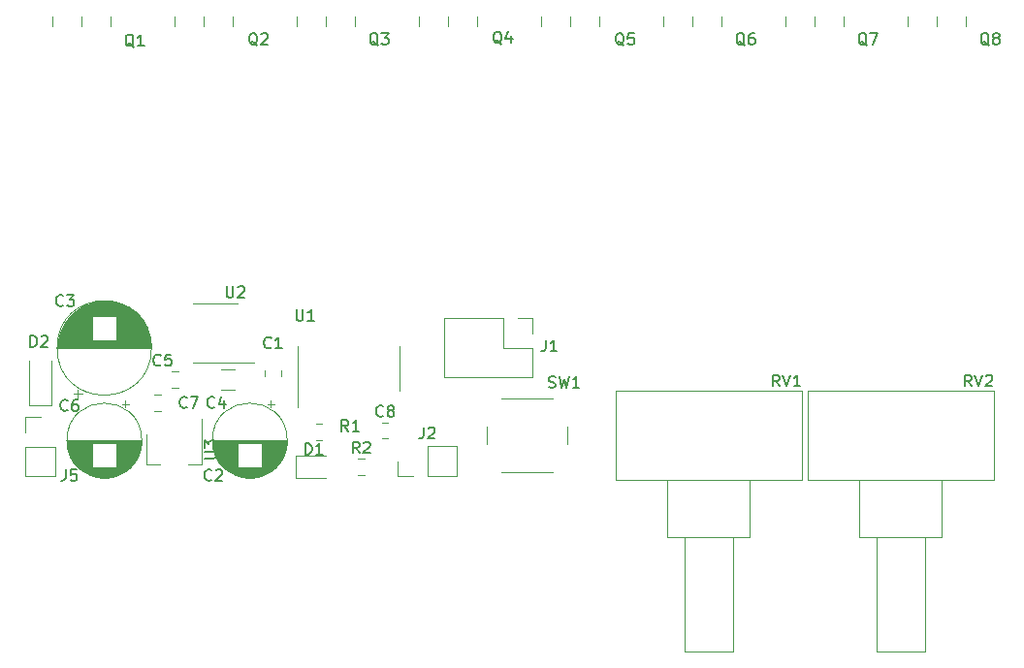
<source format=gbr>
G04 #@! TF.GenerationSoftware,KiCad,Pcbnew,5.1.4-e60b266~84~ubuntu18.04.1*
G04 #@! TF.CreationDate,2019-09-18T22:39:51+03:00*
G04 #@! TF.ProjectId,spotweld,73706f74-7765-46c6-942e-6b696361645f,rev?*
G04 #@! TF.SameCoordinates,Original*
G04 #@! TF.FileFunction,Legend,Top*
G04 #@! TF.FilePolarity,Positive*
%FSLAX46Y46*%
G04 Gerber Fmt 4.6, Leading zero omitted, Abs format (unit mm)*
G04 Created by KiCad (PCBNEW 5.1.4-e60b266~84~ubuntu18.04.1) date 2019-09-18 22:39:51*
%MOMM*%
%LPD*%
G04 APERTURE LIST*
%ADD10C,0.120000*%
%ADD11C,0.150000*%
G04 APERTURE END LIST*
D10*
X145142000Y-116634000D02*
X145142000Y-118134000D01*
X146392000Y-120634000D02*
X150892000Y-120634000D01*
X152142000Y-118134000D02*
X152142000Y-116634000D01*
X150892000Y-114134000D02*
X146392000Y-114134000D01*
X186944000Y-80772000D02*
X186944000Y-81654000D01*
X184404000Y-80772000D02*
X184404000Y-81654000D01*
X181864000Y-80772000D02*
X181864000Y-81654000D01*
X176276000Y-80772000D02*
X176276000Y-81654000D01*
X173736000Y-80772000D02*
X173736000Y-81654000D01*
X171196000Y-80772000D02*
X171196000Y-81654000D01*
X160528000Y-80772000D02*
X160528000Y-81654000D01*
X163068000Y-80772000D02*
X163068000Y-81654000D01*
X165608000Y-80772000D02*
X165608000Y-81654000D01*
X154940000Y-80772000D02*
X154940000Y-81654000D01*
X152400000Y-80772000D02*
X152400000Y-81654000D01*
X149860000Y-80772000D02*
X149860000Y-81654000D01*
X144272000Y-80772000D02*
X144272000Y-81654000D01*
X141732000Y-80772000D02*
X141732000Y-81654000D01*
X139192000Y-80772000D02*
X139192000Y-81654000D01*
X128524000Y-80772000D02*
X128524000Y-81654000D01*
X131064000Y-80772000D02*
X131064000Y-81654000D01*
X133604000Y-80772000D02*
X133604000Y-81654000D01*
X122936000Y-80772000D02*
X122936000Y-81654000D01*
X120396000Y-80772000D02*
X120396000Y-81654000D01*
X117856000Y-80772000D02*
X117856000Y-81654000D01*
X107188000Y-80772000D02*
X107188000Y-81654000D01*
X109728000Y-80772000D02*
X109728000Y-81654000D01*
X112268000Y-80772000D02*
X112268000Y-81654000D01*
X136012422Y-117677000D02*
X136529578Y-117677000D01*
X136012422Y-116257000D02*
X136529578Y-116257000D01*
X120256000Y-119966200D02*
X119056000Y-119966200D01*
X120256000Y-115966200D02*
X120256000Y-119966200D01*
X115456000Y-119966200D02*
X115456000Y-117266200D01*
X116656000Y-119966200D02*
X115456000Y-119966200D01*
X121412000Y-111018000D02*
X124862000Y-111018000D01*
X121412000Y-111018000D02*
X119462000Y-111018000D01*
X121412000Y-105898000D02*
X123362000Y-105898000D01*
X121412000Y-105898000D02*
X119462000Y-105898000D01*
X128661000Y-111506000D02*
X128661000Y-114956000D01*
X128661000Y-111506000D02*
X128661000Y-109556000D01*
X137531000Y-111506000D02*
X137531000Y-113456000D01*
X137531000Y-111506000D02*
X137531000Y-109556000D01*
X183396000Y-136254000D02*
X179156000Y-136254000D01*
X183396000Y-126254000D02*
X179156000Y-126254000D01*
X179156000Y-126254000D02*
X179156000Y-136254000D01*
X183396000Y-126254000D02*
X183396000Y-136254000D01*
X184896000Y-126254000D02*
X177656000Y-126254000D01*
X184896000Y-121254000D02*
X177656000Y-121254000D01*
X177656000Y-121254000D02*
X177656000Y-126254000D01*
X184896000Y-121254000D02*
X184896000Y-126254000D01*
X189396000Y-121254000D02*
X173156000Y-121254000D01*
X189396000Y-113514000D02*
X173156000Y-113514000D01*
X173156000Y-113514000D02*
X173156000Y-121254000D01*
X189396000Y-113514000D02*
X189396000Y-121254000D01*
X166632000Y-136254000D02*
X162392000Y-136254000D01*
X166632000Y-126254000D02*
X162392000Y-126254000D01*
X162392000Y-126254000D02*
X162392000Y-136254000D01*
X166632000Y-126254000D02*
X166632000Y-136254000D01*
X168132000Y-126254000D02*
X160892000Y-126254000D01*
X168132000Y-121254000D02*
X160892000Y-121254000D01*
X160892000Y-121254000D02*
X160892000Y-126254000D01*
X168132000Y-121254000D02*
X168132000Y-126254000D01*
X172632000Y-121254000D02*
X156392000Y-121254000D01*
X172632000Y-113514000D02*
X156392000Y-113514000D01*
X156392000Y-113514000D02*
X156392000Y-121254000D01*
X172632000Y-113514000D02*
X172632000Y-121254000D01*
X133931922Y-120852000D02*
X134449078Y-120852000D01*
X133931922Y-119432000D02*
X134449078Y-119432000D01*
X130736078Y-116384000D02*
X130218922Y-116384000D01*
X130736078Y-117804000D02*
X130218922Y-117804000D01*
X104842000Y-115764000D02*
X106172000Y-115764000D01*
X104842000Y-117094000D02*
X104842000Y-115764000D01*
X104842000Y-118364000D02*
X107502000Y-118364000D01*
X107502000Y-118364000D02*
X107502000Y-120964000D01*
X104842000Y-118364000D02*
X104842000Y-120964000D01*
X104842000Y-120964000D02*
X107502000Y-120964000D01*
X137354000Y-120964000D02*
X137354000Y-119634000D01*
X138684000Y-120964000D02*
X137354000Y-120964000D01*
X139954000Y-120964000D02*
X139954000Y-118304000D01*
X139954000Y-118304000D02*
X142554000Y-118304000D01*
X139954000Y-120964000D02*
X142554000Y-120964000D01*
X142554000Y-120964000D02*
X142554000Y-118304000D01*
X149158000Y-107128000D02*
X149158000Y-108458000D01*
X147828000Y-107128000D02*
X149158000Y-107128000D01*
X149158000Y-109728000D02*
X149158000Y-112328000D01*
X146558000Y-109728000D02*
X149158000Y-109728000D01*
X146558000Y-107128000D02*
X146558000Y-109728000D01*
X149158000Y-112328000D02*
X141418000Y-112328000D01*
X146558000Y-107128000D02*
X141418000Y-107128000D01*
X141418000Y-107128000D02*
X141418000Y-112328000D01*
X105172000Y-114772000D02*
X105172000Y-110872000D01*
X107172000Y-114772000D02*
X107172000Y-110872000D01*
X105172000Y-114772000D02*
X107172000Y-114772000D01*
X128441500Y-121102000D02*
X131126500Y-121102000D01*
X128441500Y-119182000D02*
X128441500Y-121102000D01*
X131126500Y-119182000D02*
X128441500Y-119182000D01*
X116151922Y-115264000D02*
X116669078Y-115264000D01*
X116151922Y-113844000D02*
X116669078Y-113844000D01*
X113914000Y-114650759D02*
X113284000Y-114650759D01*
X113599000Y-114335759D02*
X113599000Y-114965759D01*
X112162000Y-121077000D02*
X111358000Y-121077000D01*
X112393000Y-121037000D02*
X111127000Y-121037000D01*
X112562000Y-120997000D02*
X110958000Y-120997000D01*
X112700000Y-120957000D02*
X110820000Y-120957000D01*
X112819000Y-120917000D02*
X110701000Y-120917000D01*
X112925000Y-120877000D02*
X110595000Y-120877000D01*
X113022000Y-120837000D02*
X110498000Y-120837000D01*
X113110000Y-120797000D02*
X110410000Y-120797000D01*
X113192000Y-120757000D02*
X110328000Y-120757000D01*
X113269000Y-120717000D02*
X110251000Y-120717000D01*
X113341000Y-120677000D02*
X110179000Y-120677000D01*
X113410000Y-120637000D02*
X110110000Y-120637000D01*
X113474000Y-120597000D02*
X110046000Y-120597000D01*
X113536000Y-120557000D02*
X109984000Y-120557000D01*
X113594000Y-120517000D02*
X109926000Y-120517000D01*
X113650000Y-120477000D02*
X109870000Y-120477000D01*
X113704000Y-120437000D02*
X109816000Y-120437000D01*
X113755000Y-120397000D02*
X109765000Y-120397000D01*
X113804000Y-120357000D02*
X109716000Y-120357000D01*
X113852000Y-120317000D02*
X109668000Y-120317000D01*
X113897000Y-120277000D02*
X109623000Y-120277000D01*
X113942000Y-120237000D02*
X109578000Y-120237000D01*
X113984000Y-120197000D02*
X109536000Y-120197000D01*
X114025000Y-120157000D02*
X109495000Y-120157000D01*
X110720000Y-120117000D02*
X109455000Y-120117000D01*
X114065000Y-120117000D02*
X112800000Y-120117000D01*
X110720000Y-120077000D02*
X109417000Y-120077000D01*
X114103000Y-120077000D02*
X112800000Y-120077000D01*
X110720000Y-120037000D02*
X109380000Y-120037000D01*
X114140000Y-120037000D02*
X112800000Y-120037000D01*
X110720000Y-119997000D02*
X109344000Y-119997000D01*
X114176000Y-119997000D02*
X112800000Y-119997000D01*
X110720000Y-119957000D02*
X109310000Y-119957000D01*
X114210000Y-119957000D02*
X112800000Y-119957000D01*
X110720000Y-119917000D02*
X109276000Y-119917000D01*
X114244000Y-119917000D02*
X112800000Y-119917000D01*
X110720000Y-119877000D02*
X109244000Y-119877000D01*
X114276000Y-119877000D02*
X112800000Y-119877000D01*
X110720000Y-119837000D02*
X109212000Y-119837000D01*
X114308000Y-119837000D02*
X112800000Y-119837000D01*
X110720000Y-119797000D02*
X109182000Y-119797000D01*
X114338000Y-119797000D02*
X112800000Y-119797000D01*
X110720000Y-119757000D02*
X109153000Y-119757000D01*
X114367000Y-119757000D02*
X112800000Y-119757000D01*
X110720000Y-119717000D02*
X109124000Y-119717000D01*
X114396000Y-119717000D02*
X112800000Y-119717000D01*
X110720000Y-119677000D02*
X109096000Y-119677000D01*
X114424000Y-119677000D02*
X112800000Y-119677000D01*
X110720000Y-119637000D02*
X109070000Y-119637000D01*
X114450000Y-119637000D02*
X112800000Y-119637000D01*
X110720000Y-119597000D02*
X109044000Y-119597000D01*
X114476000Y-119597000D02*
X112800000Y-119597000D01*
X110720000Y-119557000D02*
X109018000Y-119557000D01*
X114502000Y-119557000D02*
X112800000Y-119557000D01*
X110720000Y-119517000D02*
X108994000Y-119517000D01*
X114526000Y-119517000D02*
X112800000Y-119517000D01*
X110720000Y-119477000D02*
X108970000Y-119477000D01*
X114550000Y-119477000D02*
X112800000Y-119477000D01*
X110720000Y-119437000D02*
X108948000Y-119437000D01*
X114572000Y-119437000D02*
X112800000Y-119437000D01*
X110720000Y-119397000D02*
X108926000Y-119397000D01*
X114594000Y-119397000D02*
X112800000Y-119397000D01*
X110720000Y-119357000D02*
X108904000Y-119357000D01*
X114616000Y-119357000D02*
X112800000Y-119357000D01*
X110720000Y-119317000D02*
X108884000Y-119317000D01*
X114636000Y-119317000D02*
X112800000Y-119317000D01*
X110720000Y-119277000D02*
X108864000Y-119277000D01*
X114656000Y-119277000D02*
X112800000Y-119277000D01*
X110720000Y-119237000D02*
X108844000Y-119237000D01*
X114676000Y-119237000D02*
X112800000Y-119237000D01*
X110720000Y-119197000D02*
X108826000Y-119197000D01*
X114694000Y-119197000D02*
X112800000Y-119197000D01*
X110720000Y-119157000D02*
X108808000Y-119157000D01*
X114712000Y-119157000D02*
X112800000Y-119157000D01*
X110720000Y-119117000D02*
X108790000Y-119117000D01*
X114730000Y-119117000D02*
X112800000Y-119117000D01*
X110720000Y-119077000D02*
X108774000Y-119077000D01*
X114746000Y-119077000D02*
X112800000Y-119077000D01*
X110720000Y-119037000D02*
X108758000Y-119037000D01*
X114762000Y-119037000D02*
X112800000Y-119037000D01*
X110720000Y-118997000D02*
X108742000Y-118997000D01*
X114778000Y-118997000D02*
X112800000Y-118997000D01*
X110720000Y-118957000D02*
X108727000Y-118957000D01*
X114793000Y-118957000D02*
X112800000Y-118957000D01*
X110720000Y-118917000D02*
X108713000Y-118917000D01*
X114807000Y-118917000D02*
X112800000Y-118917000D01*
X110720000Y-118877000D02*
X108699000Y-118877000D01*
X114821000Y-118877000D02*
X112800000Y-118877000D01*
X110720000Y-118837000D02*
X108686000Y-118837000D01*
X114834000Y-118837000D02*
X112800000Y-118837000D01*
X110720000Y-118797000D02*
X108674000Y-118797000D01*
X114846000Y-118797000D02*
X112800000Y-118797000D01*
X110720000Y-118757000D02*
X108662000Y-118757000D01*
X114858000Y-118757000D02*
X112800000Y-118757000D01*
X110720000Y-118717000D02*
X108650000Y-118717000D01*
X114870000Y-118717000D02*
X112800000Y-118717000D01*
X110720000Y-118677000D02*
X108639000Y-118677000D01*
X114881000Y-118677000D02*
X112800000Y-118677000D01*
X110720000Y-118637000D02*
X108629000Y-118637000D01*
X114891000Y-118637000D02*
X112800000Y-118637000D01*
X110720000Y-118597000D02*
X108619000Y-118597000D01*
X114901000Y-118597000D02*
X112800000Y-118597000D01*
X110720000Y-118557000D02*
X108610000Y-118557000D01*
X114910000Y-118557000D02*
X112800000Y-118557000D01*
X110720000Y-118516000D02*
X108601000Y-118516000D01*
X114919000Y-118516000D02*
X112800000Y-118516000D01*
X110720000Y-118476000D02*
X108593000Y-118476000D01*
X114927000Y-118476000D02*
X112800000Y-118476000D01*
X110720000Y-118436000D02*
X108585000Y-118436000D01*
X114935000Y-118436000D02*
X112800000Y-118436000D01*
X110720000Y-118396000D02*
X108578000Y-118396000D01*
X114942000Y-118396000D02*
X112800000Y-118396000D01*
X110720000Y-118356000D02*
X108571000Y-118356000D01*
X114949000Y-118356000D02*
X112800000Y-118356000D01*
X110720000Y-118316000D02*
X108565000Y-118316000D01*
X114955000Y-118316000D02*
X112800000Y-118316000D01*
X110720000Y-118276000D02*
X108559000Y-118276000D01*
X114961000Y-118276000D02*
X112800000Y-118276000D01*
X110720000Y-118236000D02*
X108554000Y-118236000D01*
X114966000Y-118236000D02*
X112800000Y-118236000D01*
X110720000Y-118196000D02*
X108549000Y-118196000D01*
X114971000Y-118196000D02*
X112800000Y-118196000D01*
X110720000Y-118156000D02*
X108545000Y-118156000D01*
X114975000Y-118156000D02*
X112800000Y-118156000D01*
X110720000Y-118116000D02*
X108542000Y-118116000D01*
X114978000Y-118116000D02*
X112800000Y-118116000D01*
X110720000Y-118076000D02*
X108538000Y-118076000D01*
X114982000Y-118076000D02*
X112800000Y-118076000D01*
X114984000Y-118036000D02*
X108536000Y-118036000D01*
X114987000Y-117996000D02*
X108533000Y-117996000D01*
X114988000Y-117956000D02*
X108532000Y-117956000D01*
X114990000Y-117916000D02*
X108530000Y-117916000D01*
X114990000Y-117876000D02*
X108530000Y-117876000D01*
X114990000Y-117836000D02*
X108530000Y-117836000D01*
X115030000Y-117836000D02*
G75*
G03X115030000Y-117836000I-3270000J0D01*
G01*
X117675922Y-113232000D02*
X118193078Y-113232000D01*
X117675922Y-111812000D02*
X118193078Y-111812000D01*
X123154064Y-111612000D02*
X121949936Y-111612000D01*
X123154064Y-113432000D02*
X121949936Y-113432000D01*
X109045000Y-113765698D02*
X109845000Y-113765698D01*
X109445000Y-114165698D02*
X109445000Y-113365698D01*
X111227000Y-105675000D02*
X112293000Y-105675000D01*
X110992000Y-105715000D02*
X112528000Y-105715000D01*
X110812000Y-105755000D02*
X112708000Y-105755000D01*
X110662000Y-105795000D02*
X112858000Y-105795000D01*
X110531000Y-105835000D02*
X112989000Y-105835000D01*
X110414000Y-105875000D02*
X113106000Y-105875000D01*
X110307000Y-105915000D02*
X113213000Y-105915000D01*
X110208000Y-105955000D02*
X113312000Y-105955000D01*
X110115000Y-105995000D02*
X113405000Y-105995000D01*
X110029000Y-106035000D02*
X113491000Y-106035000D01*
X109947000Y-106075000D02*
X113573000Y-106075000D01*
X109870000Y-106115000D02*
X113650000Y-106115000D01*
X109796000Y-106155000D02*
X113724000Y-106155000D01*
X109726000Y-106195000D02*
X113794000Y-106195000D01*
X109658000Y-106235000D02*
X113862000Y-106235000D01*
X109594000Y-106275000D02*
X113926000Y-106275000D01*
X109532000Y-106315000D02*
X113988000Y-106315000D01*
X109473000Y-106355000D02*
X114047000Y-106355000D01*
X109415000Y-106395000D02*
X114105000Y-106395000D01*
X109360000Y-106435000D02*
X114160000Y-106435000D01*
X109306000Y-106475000D02*
X114214000Y-106475000D01*
X109255000Y-106515000D02*
X114265000Y-106515000D01*
X109204000Y-106555000D02*
X114316000Y-106555000D01*
X109156000Y-106595000D02*
X114364000Y-106595000D01*
X109109000Y-106635000D02*
X114411000Y-106635000D01*
X109063000Y-106675000D02*
X114457000Y-106675000D01*
X109019000Y-106715000D02*
X114501000Y-106715000D01*
X108976000Y-106755000D02*
X114544000Y-106755000D01*
X108934000Y-106795000D02*
X114586000Y-106795000D01*
X108893000Y-106835000D02*
X114627000Y-106835000D01*
X108853000Y-106875000D02*
X114667000Y-106875000D01*
X108815000Y-106915000D02*
X114705000Y-106915000D01*
X108777000Y-106955000D02*
X114743000Y-106955000D01*
X112800000Y-106995000D02*
X114779000Y-106995000D01*
X108741000Y-106995000D02*
X110720000Y-106995000D01*
X112800000Y-107035000D02*
X114815000Y-107035000D01*
X108705000Y-107035000D02*
X110720000Y-107035000D01*
X112800000Y-107075000D02*
X114850000Y-107075000D01*
X108670000Y-107075000D02*
X110720000Y-107075000D01*
X112800000Y-107115000D02*
X114884000Y-107115000D01*
X108636000Y-107115000D02*
X110720000Y-107115000D01*
X112800000Y-107155000D02*
X114916000Y-107155000D01*
X108604000Y-107155000D02*
X110720000Y-107155000D01*
X112800000Y-107195000D02*
X114949000Y-107195000D01*
X108571000Y-107195000D02*
X110720000Y-107195000D01*
X112800000Y-107235000D02*
X114980000Y-107235000D01*
X108540000Y-107235000D02*
X110720000Y-107235000D01*
X112800000Y-107275000D02*
X115010000Y-107275000D01*
X108510000Y-107275000D02*
X110720000Y-107275000D01*
X112800000Y-107315000D02*
X115040000Y-107315000D01*
X108480000Y-107315000D02*
X110720000Y-107315000D01*
X112800000Y-107355000D02*
X115069000Y-107355000D01*
X108451000Y-107355000D02*
X110720000Y-107355000D01*
X112800000Y-107395000D02*
X115098000Y-107395000D01*
X108422000Y-107395000D02*
X110720000Y-107395000D01*
X112800000Y-107435000D02*
X115125000Y-107435000D01*
X108395000Y-107435000D02*
X110720000Y-107435000D01*
X112800000Y-107475000D02*
X115152000Y-107475000D01*
X108368000Y-107475000D02*
X110720000Y-107475000D01*
X112800000Y-107515000D02*
X115178000Y-107515000D01*
X108342000Y-107515000D02*
X110720000Y-107515000D01*
X112800000Y-107555000D02*
X115204000Y-107555000D01*
X108316000Y-107555000D02*
X110720000Y-107555000D01*
X112800000Y-107595000D02*
X115229000Y-107595000D01*
X108291000Y-107595000D02*
X110720000Y-107595000D01*
X112800000Y-107635000D02*
X115253000Y-107635000D01*
X108267000Y-107635000D02*
X110720000Y-107635000D01*
X112800000Y-107675000D02*
X115277000Y-107675000D01*
X108243000Y-107675000D02*
X110720000Y-107675000D01*
X112800000Y-107715000D02*
X115300000Y-107715000D01*
X108220000Y-107715000D02*
X110720000Y-107715000D01*
X112800000Y-107755000D02*
X115322000Y-107755000D01*
X108198000Y-107755000D02*
X110720000Y-107755000D01*
X112800000Y-107795000D02*
X115344000Y-107795000D01*
X108176000Y-107795000D02*
X110720000Y-107795000D01*
X112800000Y-107835000D02*
X115366000Y-107835000D01*
X108154000Y-107835000D02*
X110720000Y-107835000D01*
X112800000Y-107875000D02*
X115387000Y-107875000D01*
X108133000Y-107875000D02*
X110720000Y-107875000D01*
X112800000Y-107915000D02*
X115407000Y-107915000D01*
X108113000Y-107915000D02*
X110720000Y-107915000D01*
X112800000Y-107955000D02*
X115426000Y-107955000D01*
X108094000Y-107955000D02*
X110720000Y-107955000D01*
X112800000Y-107995000D02*
X115446000Y-107995000D01*
X108074000Y-107995000D02*
X110720000Y-107995000D01*
X112800000Y-108035000D02*
X115464000Y-108035000D01*
X108056000Y-108035000D02*
X110720000Y-108035000D01*
X112800000Y-108075000D02*
X115482000Y-108075000D01*
X108038000Y-108075000D02*
X110720000Y-108075000D01*
X112800000Y-108115000D02*
X115500000Y-108115000D01*
X108020000Y-108115000D02*
X110720000Y-108115000D01*
X112800000Y-108155000D02*
X115517000Y-108155000D01*
X108003000Y-108155000D02*
X110720000Y-108155000D01*
X112800000Y-108195000D02*
X115534000Y-108195000D01*
X107986000Y-108195000D02*
X110720000Y-108195000D01*
X112800000Y-108235000D02*
X115550000Y-108235000D01*
X107970000Y-108235000D02*
X110720000Y-108235000D01*
X112800000Y-108275000D02*
X115565000Y-108275000D01*
X107955000Y-108275000D02*
X110720000Y-108275000D01*
X112800000Y-108315000D02*
X115581000Y-108315000D01*
X107939000Y-108315000D02*
X110720000Y-108315000D01*
X112800000Y-108355000D02*
X115595000Y-108355000D01*
X107925000Y-108355000D02*
X110720000Y-108355000D01*
X112800000Y-108395000D02*
X115610000Y-108395000D01*
X107910000Y-108395000D02*
X110720000Y-108395000D01*
X112800000Y-108435000D02*
X115623000Y-108435000D01*
X107897000Y-108435000D02*
X110720000Y-108435000D01*
X112800000Y-108475000D02*
X115637000Y-108475000D01*
X107883000Y-108475000D02*
X110720000Y-108475000D01*
X112800000Y-108515000D02*
X115649000Y-108515000D01*
X107871000Y-108515000D02*
X110720000Y-108515000D01*
X112800000Y-108555000D02*
X115662000Y-108555000D01*
X107858000Y-108555000D02*
X110720000Y-108555000D01*
X112800000Y-108595000D02*
X115674000Y-108595000D01*
X107846000Y-108595000D02*
X110720000Y-108595000D01*
X112800000Y-108635000D02*
X115685000Y-108635000D01*
X107835000Y-108635000D02*
X110720000Y-108635000D01*
X112800000Y-108675000D02*
X115696000Y-108675000D01*
X107824000Y-108675000D02*
X110720000Y-108675000D01*
X112800000Y-108715000D02*
X115707000Y-108715000D01*
X107813000Y-108715000D02*
X110720000Y-108715000D01*
X112800000Y-108755000D02*
X115717000Y-108755000D01*
X107803000Y-108755000D02*
X110720000Y-108755000D01*
X112800000Y-108795000D02*
X115727000Y-108795000D01*
X107793000Y-108795000D02*
X110720000Y-108795000D01*
X112800000Y-108835000D02*
X115736000Y-108835000D01*
X107784000Y-108835000D02*
X110720000Y-108835000D01*
X112800000Y-108875000D02*
X115745000Y-108875000D01*
X107775000Y-108875000D02*
X110720000Y-108875000D01*
X112800000Y-108915000D02*
X115754000Y-108915000D01*
X107766000Y-108915000D02*
X110720000Y-108915000D01*
X112800000Y-108955000D02*
X115762000Y-108955000D01*
X107758000Y-108955000D02*
X110720000Y-108955000D01*
X112800000Y-108995000D02*
X115770000Y-108995000D01*
X107750000Y-108995000D02*
X110720000Y-108995000D01*
X112800000Y-109035000D02*
X115777000Y-109035000D01*
X107743000Y-109035000D02*
X110720000Y-109035000D01*
X107736000Y-109076000D02*
X115784000Y-109076000D01*
X107730000Y-109116000D02*
X115790000Y-109116000D01*
X107723000Y-109156000D02*
X115797000Y-109156000D01*
X107718000Y-109196000D02*
X115802000Y-109196000D01*
X107712000Y-109236000D02*
X115808000Y-109236000D01*
X107708000Y-109276000D02*
X115812000Y-109276000D01*
X107703000Y-109316000D02*
X115817000Y-109316000D01*
X107699000Y-109356000D02*
X115821000Y-109356000D01*
X107695000Y-109396000D02*
X115825000Y-109396000D01*
X107692000Y-109436000D02*
X115828000Y-109436000D01*
X107689000Y-109476000D02*
X115831000Y-109476000D01*
X107686000Y-109516000D02*
X115834000Y-109516000D01*
X107684000Y-109556000D02*
X115836000Y-109556000D01*
X107683000Y-109596000D02*
X115837000Y-109596000D01*
X107681000Y-109636000D02*
X115839000Y-109636000D01*
X107680000Y-109676000D02*
X115840000Y-109676000D01*
X107680000Y-109716000D02*
X115840000Y-109716000D01*
X107680000Y-109756000D02*
X115840000Y-109756000D01*
X115880000Y-109756000D02*
G75*
G03X115880000Y-109756000I-4120000J0D01*
G01*
X126614000Y-114650759D02*
X125984000Y-114650759D01*
X126299000Y-114335759D02*
X126299000Y-114965759D01*
X124862000Y-121077000D02*
X124058000Y-121077000D01*
X125093000Y-121037000D02*
X123827000Y-121037000D01*
X125262000Y-120997000D02*
X123658000Y-120997000D01*
X125400000Y-120957000D02*
X123520000Y-120957000D01*
X125519000Y-120917000D02*
X123401000Y-120917000D01*
X125625000Y-120877000D02*
X123295000Y-120877000D01*
X125722000Y-120837000D02*
X123198000Y-120837000D01*
X125810000Y-120797000D02*
X123110000Y-120797000D01*
X125892000Y-120757000D02*
X123028000Y-120757000D01*
X125969000Y-120717000D02*
X122951000Y-120717000D01*
X126041000Y-120677000D02*
X122879000Y-120677000D01*
X126110000Y-120637000D02*
X122810000Y-120637000D01*
X126174000Y-120597000D02*
X122746000Y-120597000D01*
X126236000Y-120557000D02*
X122684000Y-120557000D01*
X126294000Y-120517000D02*
X122626000Y-120517000D01*
X126350000Y-120477000D02*
X122570000Y-120477000D01*
X126404000Y-120437000D02*
X122516000Y-120437000D01*
X126455000Y-120397000D02*
X122465000Y-120397000D01*
X126504000Y-120357000D02*
X122416000Y-120357000D01*
X126552000Y-120317000D02*
X122368000Y-120317000D01*
X126597000Y-120277000D02*
X122323000Y-120277000D01*
X126642000Y-120237000D02*
X122278000Y-120237000D01*
X126684000Y-120197000D02*
X122236000Y-120197000D01*
X126725000Y-120157000D02*
X122195000Y-120157000D01*
X123420000Y-120117000D02*
X122155000Y-120117000D01*
X126765000Y-120117000D02*
X125500000Y-120117000D01*
X123420000Y-120077000D02*
X122117000Y-120077000D01*
X126803000Y-120077000D02*
X125500000Y-120077000D01*
X123420000Y-120037000D02*
X122080000Y-120037000D01*
X126840000Y-120037000D02*
X125500000Y-120037000D01*
X123420000Y-119997000D02*
X122044000Y-119997000D01*
X126876000Y-119997000D02*
X125500000Y-119997000D01*
X123420000Y-119957000D02*
X122010000Y-119957000D01*
X126910000Y-119957000D02*
X125500000Y-119957000D01*
X123420000Y-119917000D02*
X121976000Y-119917000D01*
X126944000Y-119917000D02*
X125500000Y-119917000D01*
X123420000Y-119877000D02*
X121944000Y-119877000D01*
X126976000Y-119877000D02*
X125500000Y-119877000D01*
X123420000Y-119837000D02*
X121912000Y-119837000D01*
X127008000Y-119837000D02*
X125500000Y-119837000D01*
X123420000Y-119797000D02*
X121882000Y-119797000D01*
X127038000Y-119797000D02*
X125500000Y-119797000D01*
X123420000Y-119757000D02*
X121853000Y-119757000D01*
X127067000Y-119757000D02*
X125500000Y-119757000D01*
X123420000Y-119717000D02*
X121824000Y-119717000D01*
X127096000Y-119717000D02*
X125500000Y-119717000D01*
X123420000Y-119677000D02*
X121796000Y-119677000D01*
X127124000Y-119677000D02*
X125500000Y-119677000D01*
X123420000Y-119637000D02*
X121770000Y-119637000D01*
X127150000Y-119637000D02*
X125500000Y-119637000D01*
X123420000Y-119597000D02*
X121744000Y-119597000D01*
X127176000Y-119597000D02*
X125500000Y-119597000D01*
X123420000Y-119557000D02*
X121718000Y-119557000D01*
X127202000Y-119557000D02*
X125500000Y-119557000D01*
X123420000Y-119517000D02*
X121694000Y-119517000D01*
X127226000Y-119517000D02*
X125500000Y-119517000D01*
X123420000Y-119477000D02*
X121670000Y-119477000D01*
X127250000Y-119477000D02*
X125500000Y-119477000D01*
X123420000Y-119437000D02*
X121648000Y-119437000D01*
X127272000Y-119437000D02*
X125500000Y-119437000D01*
X123420000Y-119397000D02*
X121626000Y-119397000D01*
X127294000Y-119397000D02*
X125500000Y-119397000D01*
X123420000Y-119357000D02*
X121604000Y-119357000D01*
X127316000Y-119357000D02*
X125500000Y-119357000D01*
X123420000Y-119317000D02*
X121584000Y-119317000D01*
X127336000Y-119317000D02*
X125500000Y-119317000D01*
X123420000Y-119277000D02*
X121564000Y-119277000D01*
X127356000Y-119277000D02*
X125500000Y-119277000D01*
X123420000Y-119237000D02*
X121544000Y-119237000D01*
X127376000Y-119237000D02*
X125500000Y-119237000D01*
X123420000Y-119197000D02*
X121526000Y-119197000D01*
X127394000Y-119197000D02*
X125500000Y-119197000D01*
X123420000Y-119157000D02*
X121508000Y-119157000D01*
X127412000Y-119157000D02*
X125500000Y-119157000D01*
X123420000Y-119117000D02*
X121490000Y-119117000D01*
X127430000Y-119117000D02*
X125500000Y-119117000D01*
X123420000Y-119077000D02*
X121474000Y-119077000D01*
X127446000Y-119077000D02*
X125500000Y-119077000D01*
X123420000Y-119037000D02*
X121458000Y-119037000D01*
X127462000Y-119037000D02*
X125500000Y-119037000D01*
X123420000Y-118997000D02*
X121442000Y-118997000D01*
X127478000Y-118997000D02*
X125500000Y-118997000D01*
X123420000Y-118957000D02*
X121427000Y-118957000D01*
X127493000Y-118957000D02*
X125500000Y-118957000D01*
X123420000Y-118917000D02*
X121413000Y-118917000D01*
X127507000Y-118917000D02*
X125500000Y-118917000D01*
X123420000Y-118877000D02*
X121399000Y-118877000D01*
X127521000Y-118877000D02*
X125500000Y-118877000D01*
X123420000Y-118837000D02*
X121386000Y-118837000D01*
X127534000Y-118837000D02*
X125500000Y-118837000D01*
X123420000Y-118797000D02*
X121374000Y-118797000D01*
X127546000Y-118797000D02*
X125500000Y-118797000D01*
X123420000Y-118757000D02*
X121362000Y-118757000D01*
X127558000Y-118757000D02*
X125500000Y-118757000D01*
X123420000Y-118717000D02*
X121350000Y-118717000D01*
X127570000Y-118717000D02*
X125500000Y-118717000D01*
X123420000Y-118677000D02*
X121339000Y-118677000D01*
X127581000Y-118677000D02*
X125500000Y-118677000D01*
X123420000Y-118637000D02*
X121329000Y-118637000D01*
X127591000Y-118637000D02*
X125500000Y-118637000D01*
X123420000Y-118597000D02*
X121319000Y-118597000D01*
X127601000Y-118597000D02*
X125500000Y-118597000D01*
X123420000Y-118557000D02*
X121310000Y-118557000D01*
X127610000Y-118557000D02*
X125500000Y-118557000D01*
X123420000Y-118516000D02*
X121301000Y-118516000D01*
X127619000Y-118516000D02*
X125500000Y-118516000D01*
X123420000Y-118476000D02*
X121293000Y-118476000D01*
X127627000Y-118476000D02*
X125500000Y-118476000D01*
X123420000Y-118436000D02*
X121285000Y-118436000D01*
X127635000Y-118436000D02*
X125500000Y-118436000D01*
X123420000Y-118396000D02*
X121278000Y-118396000D01*
X127642000Y-118396000D02*
X125500000Y-118396000D01*
X123420000Y-118356000D02*
X121271000Y-118356000D01*
X127649000Y-118356000D02*
X125500000Y-118356000D01*
X123420000Y-118316000D02*
X121265000Y-118316000D01*
X127655000Y-118316000D02*
X125500000Y-118316000D01*
X123420000Y-118276000D02*
X121259000Y-118276000D01*
X127661000Y-118276000D02*
X125500000Y-118276000D01*
X123420000Y-118236000D02*
X121254000Y-118236000D01*
X127666000Y-118236000D02*
X125500000Y-118236000D01*
X123420000Y-118196000D02*
X121249000Y-118196000D01*
X127671000Y-118196000D02*
X125500000Y-118196000D01*
X123420000Y-118156000D02*
X121245000Y-118156000D01*
X127675000Y-118156000D02*
X125500000Y-118156000D01*
X123420000Y-118116000D02*
X121242000Y-118116000D01*
X127678000Y-118116000D02*
X125500000Y-118116000D01*
X123420000Y-118076000D02*
X121238000Y-118076000D01*
X127682000Y-118076000D02*
X125500000Y-118076000D01*
X127684000Y-118036000D02*
X121236000Y-118036000D01*
X127687000Y-117996000D02*
X121233000Y-117996000D01*
X127688000Y-117956000D02*
X121232000Y-117956000D01*
X127690000Y-117916000D02*
X121230000Y-117916000D01*
X127690000Y-117876000D02*
X121230000Y-117876000D01*
X127690000Y-117836000D02*
X121230000Y-117836000D01*
X127730000Y-117836000D02*
G75*
G03X127730000Y-117836000I-3270000J0D01*
G01*
X127202000Y-112194078D02*
X127202000Y-111676922D01*
X125782000Y-112194078D02*
X125782000Y-111676922D01*
D11*
X150558666Y-113180761D02*
X150701523Y-113228380D01*
X150939619Y-113228380D01*
X151034857Y-113180761D01*
X151082476Y-113133142D01*
X151130095Y-113037904D01*
X151130095Y-112942666D01*
X151082476Y-112847428D01*
X151034857Y-112799809D01*
X150939619Y-112752190D01*
X150749142Y-112704571D01*
X150653904Y-112656952D01*
X150606285Y-112609333D01*
X150558666Y-112514095D01*
X150558666Y-112418857D01*
X150606285Y-112323619D01*
X150653904Y-112276000D01*
X150749142Y-112228380D01*
X150987238Y-112228380D01*
X151130095Y-112276000D01*
X151463428Y-112228380D02*
X151701523Y-113228380D01*
X151892000Y-112514095D01*
X152082476Y-113228380D01*
X152320571Y-112228380D01*
X153225333Y-113228380D02*
X152653904Y-113228380D01*
X152939619Y-113228380D02*
X152939619Y-112228380D01*
X152844380Y-112371238D01*
X152749142Y-112466476D01*
X152653904Y-112514095D01*
X189007761Y-83351619D02*
X188912523Y-83304000D01*
X188817285Y-83208761D01*
X188674428Y-83065904D01*
X188579190Y-83018285D01*
X188483952Y-83018285D01*
X188531571Y-83256380D02*
X188436333Y-83208761D01*
X188341095Y-83113523D01*
X188293476Y-82923047D01*
X188293476Y-82589714D01*
X188341095Y-82399238D01*
X188436333Y-82304000D01*
X188531571Y-82256380D01*
X188722047Y-82256380D01*
X188817285Y-82304000D01*
X188912523Y-82399238D01*
X188960142Y-82589714D01*
X188960142Y-82923047D01*
X188912523Y-83113523D01*
X188817285Y-83208761D01*
X188722047Y-83256380D01*
X188531571Y-83256380D01*
X189531571Y-82684952D02*
X189436333Y-82637333D01*
X189388714Y-82589714D01*
X189341095Y-82494476D01*
X189341095Y-82446857D01*
X189388714Y-82351619D01*
X189436333Y-82304000D01*
X189531571Y-82256380D01*
X189722047Y-82256380D01*
X189817285Y-82304000D01*
X189864904Y-82351619D01*
X189912523Y-82446857D01*
X189912523Y-82494476D01*
X189864904Y-82589714D01*
X189817285Y-82637333D01*
X189722047Y-82684952D01*
X189531571Y-82684952D01*
X189436333Y-82732571D01*
X189388714Y-82780190D01*
X189341095Y-82875428D01*
X189341095Y-83065904D01*
X189388714Y-83161142D01*
X189436333Y-83208761D01*
X189531571Y-83256380D01*
X189722047Y-83256380D01*
X189817285Y-83208761D01*
X189864904Y-83161142D01*
X189912523Y-83065904D01*
X189912523Y-82875428D01*
X189864904Y-82780190D01*
X189817285Y-82732571D01*
X189722047Y-82684952D01*
X178339761Y-83351619D02*
X178244523Y-83304000D01*
X178149285Y-83208761D01*
X178006428Y-83065904D01*
X177911190Y-83018285D01*
X177815952Y-83018285D01*
X177863571Y-83256380D02*
X177768333Y-83208761D01*
X177673095Y-83113523D01*
X177625476Y-82923047D01*
X177625476Y-82589714D01*
X177673095Y-82399238D01*
X177768333Y-82304000D01*
X177863571Y-82256380D01*
X178054047Y-82256380D01*
X178149285Y-82304000D01*
X178244523Y-82399238D01*
X178292142Y-82589714D01*
X178292142Y-82923047D01*
X178244523Y-83113523D01*
X178149285Y-83208761D01*
X178054047Y-83256380D01*
X177863571Y-83256380D01*
X178625476Y-82256380D02*
X179292142Y-82256380D01*
X178863571Y-83256380D01*
X167671761Y-83351619D02*
X167576523Y-83304000D01*
X167481285Y-83208761D01*
X167338428Y-83065904D01*
X167243190Y-83018285D01*
X167147952Y-83018285D01*
X167195571Y-83256380D02*
X167100333Y-83208761D01*
X167005095Y-83113523D01*
X166957476Y-82923047D01*
X166957476Y-82589714D01*
X167005095Y-82399238D01*
X167100333Y-82304000D01*
X167195571Y-82256380D01*
X167386047Y-82256380D01*
X167481285Y-82304000D01*
X167576523Y-82399238D01*
X167624142Y-82589714D01*
X167624142Y-82923047D01*
X167576523Y-83113523D01*
X167481285Y-83208761D01*
X167386047Y-83256380D01*
X167195571Y-83256380D01*
X168481285Y-82256380D02*
X168290809Y-82256380D01*
X168195571Y-82304000D01*
X168147952Y-82351619D01*
X168052714Y-82494476D01*
X168005095Y-82684952D01*
X168005095Y-83065904D01*
X168052714Y-83161142D01*
X168100333Y-83208761D01*
X168195571Y-83256380D01*
X168386047Y-83256380D01*
X168481285Y-83208761D01*
X168528904Y-83161142D01*
X168576523Y-83065904D01*
X168576523Y-82827809D01*
X168528904Y-82732571D01*
X168481285Y-82684952D01*
X168386047Y-82637333D01*
X168195571Y-82637333D01*
X168100333Y-82684952D01*
X168052714Y-82732571D01*
X168005095Y-82827809D01*
X157130761Y-83351619D02*
X157035523Y-83304000D01*
X156940285Y-83208761D01*
X156797428Y-83065904D01*
X156702190Y-83018285D01*
X156606952Y-83018285D01*
X156654571Y-83256380D02*
X156559333Y-83208761D01*
X156464095Y-83113523D01*
X156416476Y-82923047D01*
X156416476Y-82589714D01*
X156464095Y-82399238D01*
X156559333Y-82304000D01*
X156654571Y-82256380D01*
X156845047Y-82256380D01*
X156940285Y-82304000D01*
X157035523Y-82399238D01*
X157083142Y-82589714D01*
X157083142Y-82923047D01*
X157035523Y-83113523D01*
X156940285Y-83208761D01*
X156845047Y-83256380D01*
X156654571Y-83256380D01*
X157987904Y-82256380D02*
X157511714Y-82256380D01*
X157464095Y-82732571D01*
X157511714Y-82684952D01*
X157606952Y-82637333D01*
X157845047Y-82637333D01*
X157940285Y-82684952D01*
X157987904Y-82732571D01*
X158035523Y-82827809D01*
X158035523Y-83065904D01*
X157987904Y-83161142D01*
X157940285Y-83208761D01*
X157845047Y-83256380D01*
X157606952Y-83256380D01*
X157511714Y-83208761D01*
X157464095Y-83161142D01*
X146462761Y-83224619D02*
X146367523Y-83177000D01*
X146272285Y-83081761D01*
X146129428Y-82938904D01*
X146034190Y-82891285D01*
X145938952Y-82891285D01*
X145986571Y-83129380D02*
X145891333Y-83081761D01*
X145796095Y-82986523D01*
X145748476Y-82796047D01*
X145748476Y-82462714D01*
X145796095Y-82272238D01*
X145891333Y-82177000D01*
X145986571Y-82129380D01*
X146177047Y-82129380D01*
X146272285Y-82177000D01*
X146367523Y-82272238D01*
X146415142Y-82462714D01*
X146415142Y-82796047D01*
X146367523Y-82986523D01*
X146272285Y-83081761D01*
X146177047Y-83129380D01*
X145986571Y-83129380D01*
X147272285Y-82462714D02*
X147272285Y-83129380D01*
X147034190Y-82081761D02*
X146796095Y-82796047D01*
X147415142Y-82796047D01*
X135667761Y-83351619D02*
X135572523Y-83304000D01*
X135477285Y-83208761D01*
X135334428Y-83065904D01*
X135239190Y-83018285D01*
X135143952Y-83018285D01*
X135191571Y-83256380D02*
X135096333Y-83208761D01*
X135001095Y-83113523D01*
X134953476Y-82923047D01*
X134953476Y-82589714D01*
X135001095Y-82399238D01*
X135096333Y-82304000D01*
X135191571Y-82256380D01*
X135382047Y-82256380D01*
X135477285Y-82304000D01*
X135572523Y-82399238D01*
X135620142Y-82589714D01*
X135620142Y-82923047D01*
X135572523Y-83113523D01*
X135477285Y-83208761D01*
X135382047Y-83256380D01*
X135191571Y-83256380D01*
X135953476Y-82256380D02*
X136572523Y-82256380D01*
X136239190Y-82637333D01*
X136382047Y-82637333D01*
X136477285Y-82684952D01*
X136524904Y-82732571D01*
X136572523Y-82827809D01*
X136572523Y-83065904D01*
X136524904Y-83161142D01*
X136477285Y-83208761D01*
X136382047Y-83256380D01*
X136096333Y-83256380D01*
X136001095Y-83208761D01*
X135953476Y-83161142D01*
X125126761Y-83351619D02*
X125031523Y-83304000D01*
X124936285Y-83208761D01*
X124793428Y-83065904D01*
X124698190Y-83018285D01*
X124602952Y-83018285D01*
X124650571Y-83256380D02*
X124555333Y-83208761D01*
X124460095Y-83113523D01*
X124412476Y-82923047D01*
X124412476Y-82589714D01*
X124460095Y-82399238D01*
X124555333Y-82304000D01*
X124650571Y-82256380D01*
X124841047Y-82256380D01*
X124936285Y-82304000D01*
X125031523Y-82399238D01*
X125079142Y-82589714D01*
X125079142Y-82923047D01*
X125031523Y-83113523D01*
X124936285Y-83208761D01*
X124841047Y-83256380D01*
X124650571Y-83256380D01*
X125460095Y-82351619D02*
X125507714Y-82304000D01*
X125602952Y-82256380D01*
X125841047Y-82256380D01*
X125936285Y-82304000D01*
X125983904Y-82351619D01*
X126031523Y-82446857D01*
X126031523Y-82542095D01*
X125983904Y-82684952D01*
X125412476Y-83256380D01*
X126031523Y-83256380D01*
X114331761Y-83478619D02*
X114236523Y-83431000D01*
X114141285Y-83335761D01*
X113998428Y-83192904D01*
X113903190Y-83145285D01*
X113807952Y-83145285D01*
X113855571Y-83383380D02*
X113760333Y-83335761D01*
X113665095Y-83240523D01*
X113617476Y-83050047D01*
X113617476Y-82716714D01*
X113665095Y-82526238D01*
X113760333Y-82431000D01*
X113855571Y-82383380D01*
X114046047Y-82383380D01*
X114141285Y-82431000D01*
X114236523Y-82526238D01*
X114284142Y-82716714D01*
X114284142Y-83050047D01*
X114236523Y-83240523D01*
X114141285Y-83335761D01*
X114046047Y-83383380D01*
X113855571Y-83383380D01*
X115236523Y-83383380D02*
X114665095Y-83383380D01*
X114950809Y-83383380D02*
X114950809Y-82383380D01*
X114855571Y-82526238D01*
X114760333Y-82621476D01*
X114665095Y-82669095D01*
X136104333Y-115674142D02*
X136056714Y-115721761D01*
X135913857Y-115769380D01*
X135818619Y-115769380D01*
X135675761Y-115721761D01*
X135580523Y-115626523D01*
X135532904Y-115531285D01*
X135485285Y-115340809D01*
X135485285Y-115197952D01*
X135532904Y-115007476D01*
X135580523Y-114912238D01*
X135675761Y-114817000D01*
X135818619Y-114769380D01*
X135913857Y-114769380D01*
X136056714Y-114817000D01*
X136104333Y-114864619D01*
X136675761Y-115197952D02*
X136580523Y-115150333D01*
X136532904Y-115102714D01*
X136485285Y-115007476D01*
X136485285Y-114959857D01*
X136532904Y-114864619D01*
X136580523Y-114817000D01*
X136675761Y-114769380D01*
X136866238Y-114769380D01*
X136961476Y-114817000D01*
X137009095Y-114864619D01*
X137056714Y-114959857D01*
X137056714Y-115007476D01*
X137009095Y-115102714D01*
X136961476Y-115150333D01*
X136866238Y-115197952D01*
X136675761Y-115197952D01*
X136580523Y-115245571D01*
X136532904Y-115293190D01*
X136485285Y-115388428D01*
X136485285Y-115578904D01*
X136532904Y-115674142D01*
X136580523Y-115721761D01*
X136675761Y-115769380D01*
X136866238Y-115769380D01*
X136961476Y-115721761D01*
X137009095Y-115674142D01*
X137056714Y-115578904D01*
X137056714Y-115388428D01*
X137009095Y-115293190D01*
X136961476Y-115245571D01*
X136866238Y-115197952D01*
X120508380Y-119398104D02*
X121317904Y-119398104D01*
X121413142Y-119350485D01*
X121460761Y-119302866D01*
X121508380Y-119207628D01*
X121508380Y-119017152D01*
X121460761Y-118921914D01*
X121413142Y-118874295D01*
X121317904Y-118826676D01*
X120508380Y-118826676D01*
X120508380Y-118445723D02*
X120508380Y-117826676D01*
X120889333Y-118160009D01*
X120889333Y-118017152D01*
X120936952Y-117921914D01*
X120984571Y-117874295D01*
X121079809Y-117826676D01*
X121317904Y-117826676D01*
X121413142Y-117874295D01*
X121460761Y-117921914D01*
X121508380Y-118017152D01*
X121508380Y-118302866D01*
X121460761Y-118398104D01*
X121413142Y-118445723D01*
X122428095Y-104354380D02*
X122428095Y-105163904D01*
X122475714Y-105259142D01*
X122523333Y-105306761D01*
X122618571Y-105354380D01*
X122809047Y-105354380D01*
X122904285Y-105306761D01*
X122951904Y-105259142D01*
X122999523Y-105163904D01*
X122999523Y-104354380D01*
X123428095Y-104449619D02*
X123475714Y-104402000D01*
X123570952Y-104354380D01*
X123809047Y-104354380D01*
X123904285Y-104402000D01*
X123951904Y-104449619D01*
X123999523Y-104544857D01*
X123999523Y-104640095D01*
X123951904Y-104782952D01*
X123380476Y-105354380D01*
X123999523Y-105354380D01*
X128524095Y-106386380D02*
X128524095Y-107195904D01*
X128571714Y-107291142D01*
X128619333Y-107338761D01*
X128714571Y-107386380D01*
X128905047Y-107386380D01*
X129000285Y-107338761D01*
X129047904Y-107291142D01*
X129095523Y-107195904D01*
X129095523Y-106386380D01*
X130095523Y-107386380D02*
X129524095Y-107386380D01*
X129809809Y-107386380D02*
X129809809Y-106386380D01*
X129714571Y-106529238D01*
X129619333Y-106624476D01*
X129524095Y-106672095D01*
X187491761Y-113101380D02*
X187158428Y-112625190D01*
X186920333Y-113101380D02*
X186920333Y-112101380D01*
X187301285Y-112101380D01*
X187396523Y-112149000D01*
X187444142Y-112196619D01*
X187491761Y-112291857D01*
X187491761Y-112434714D01*
X187444142Y-112529952D01*
X187396523Y-112577571D01*
X187301285Y-112625190D01*
X186920333Y-112625190D01*
X187777476Y-112101380D02*
X188110809Y-113101380D01*
X188444142Y-112101380D01*
X188729857Y-112196619D02*
X188777476Y-112149000D01*
X188872714Y-112101380D01*
X189110809Y-112101380D01*
X189206047Y-112149000D01*
X189253666Y-112196619D01*
X189301285Y-112291857D01*
X189301285Y-112387095D01*
X189253666Y-112529952D01*
X188682238Y-113101380D01*
X189301285Y-113101380D01*
X170727761Y-113101380D02*
X170394428Y-112625190D01*
X170156333Y-113101380D02*
X170156333Y-112101380D01*
X170537285Y-112101380D01*
X170632523Y-112149000D01*
X170680142Y-112196619D01*
X170727761Y-112291857D01*
X170727761Y-112434714D01*
X170680142Y-112529952D01*
X170632523Y-112577571D01*
X170537285Y-112625190D01*
X170156333Y-112625190D01*
X171013476Y-112101380D02*
X171346809Y-113101380D01*
X171680142Y-112101380D01*
X172537285Y-113101380D02*
X171965857Y-113101380D01*
X172251571Y-113101380D02*
X172251571Y-112101380D01*
X172156333Y-112244238D01*
X172061095Y-112339476D01*
X171965857Y-112387095D01*
X134023833Y-118944380D02*
X133690500Y-118468190D01*
X133452404Y-118944380D02*
X133452404Y-117944380D01*
X133833357Y-117944380D01*
X133928595Y-117992000D01*
X133976214Y-118039619D01*
X134023833Y-118134857D01*
X134023833Y-118277714D01*
X133976214Y-118372952D01*
X133928595Y-118420571D01*
X133833357Y-118468190D01*
X133452404Y-118468190D01*
X134404785Y-118039619D02*
X134452404Y-117992000D01*
X134547642Y-117944380D01*
X134785738Y-117944380D01*
X134880976Y-117992000D01*
X134928595Y-118039619D01*
X134976214Y-118134857D01*
X134976214Y-118230095D01*
X134928595Y-118372952D01*
X134357166Y-118944380D01*
X134976214Y-118944380D01*
X133056333Y-117038380D02*
X132723000Y-116562190D01*
X132484904Y-117038380D02*
X132484904Y-116038380D01*
X132865857Y-116038380D01*
X132961095Y-116086000D01*
X133008714Y-116133619D01*
X133056333Y-116228857D01*
X133056333Y-116371714D01*
X133008714Y-116466952D01*
X132961095Y-116514571D01*
X132865857Y-116562190D01*
X132484904Y-116562190D01*
X134008714Y-117038380D02*
X133437285Y-117038380D01*
X133723000Y-117038380D02*
X133723000Y-116038380D01*
X133627761Y-116181238D01*
X133532523Y-116276476D01*
X133437285Y-116324095D01*
X108378666Y-120356380D02*
X108378666Y-121070666D01*
X108331047Y-121213523D01*
X108235809Y-121308761D01*
X108092952Y-121356380D01*
X107997714Y-121356380D01*
X109331047Y-120356380D02*
X108854857Y-120356380D01*
X108807238Y-120832571D01*
X108854857Y-120784952D01*
X108950095Y-120737333D01*
X109188190Y-120737333D01*
X109283428Y-120784952D01*
X109331047Y-120832571D01*
X109378666Y-120927809D01*
X109378666Y-121165904D01*
X109331047Y-121261142D01*
X109283428Y-121308761D01*
X109188190Y-121356380D01*
X108950095Y-121356380D01*
X108854857Y-121308761D01*
X108807238Y-121261142D01*
X139620666Y-116673380D02*
X139620666Y-117387666D01*
X139573047Y-117530523D01*
X139477809Y-117625761D01*
X139334952Y-117673380D01*
X139239714Y-117673380D01*
X140049238Y-116768619D02*
X140096857Y-116721000D01*
X140192095Y-116673380D01*
X140430190Y-116673380D01*
X140525428Y-116721000D01*
X140573047Y-116768619D01*
X140620666Y-116863857D01*
X140620666Y-116959095D01*
X140573047Y-117101952D01*
X140001619Y-117673380D01*
X140620666Y-117673380D01*
X150288666Y-109053380D02*
X150288666Y-109767666D01*
X150241047Y-109910523D01*
X150145809Y-110005761D01*
X150002952Y-110053380D01*
X149907714Y-110053380D01*
X151288666Y-110053380D02*
X150717238Y-110053380D01*
X151002952Y-110053380D02*
X151002952Y-109053380D01*
X150907714Y-109196238D01*
X150812476Y-109291476D01*
X150717238Y-109339095D01*
X105306904Y-109672380D02*
X105306904Y-108672380D01*
X105545000Y-108672380D01*
X105687857Y-108720000D01*
X105783095Y-108815238D01*
X105830714Y-108910476D01*
X105878333Y-109100952D01*
X105878333Y-109243809D01*
X105830714Y-109434285D01*
X105783095Y-109529523D01*
X105687857Y-109624761D01*
X105545000Y-109672380D01*
X105306904Y-109672380D01*
X106259285Y-108767619D02*
X106306904Y-108720000D01*
X106402142Y-108672380D01*
X106640238Y-108672380D01*
X106735476Y-108720000D01*
X106783095Y-108767619D01*
X106830714Y-108862857D01*
X106830714Y-108958095D01*
X106783095Y-109100952D01*
X106211666Y-109672380D01*
X106830714Y-109672380D01*
X129309904Y-119070380D02*
X129309904Y-118070380D01*
X129548000Y-118070380D01*
X129690857Y-118118000D01*
X129786095Y-118213238D01*
X129833714Y-118308476D01*
X129881333Y-118498952D01*
X129881333Y-118641809D01*
X129833714Y-118832285D01*
X129786095Y-118927523D01*
X129690857Y-119022761D01*
X129548000Y-119070380D01*
X129309904Y-119070380D01*
X130833714Y-119070380D02*
X130262285Y-119070380D01*
X130548000Y-119070380D02*
X130548000Y-118070380D01*
X130452761Y-118213238D01*
X130357523Y-118308476D01*
X130262285Y-118356095D01*
X118959333Y-114911142D02*
X118911714Y-114958761D01*
X118768857Y-115006380D01*
X118673619Y-115006380D01*
X118530761Y-114958761D01*
X118435523Y-114863523D01*
X118387904Y-114768285D01*
X118340285Y-114577809D01*
X118340285Y-114434952D01*
X118387904Y-114244476D01*
X118435523Y-114149238D01*
X118530761Y-114054000D01*
X118673619Y-114006380D01*
X118768857Y-114006380D01*
X118911714Y-114054000D01*
X118959333Y-114101619D01*
X119292666Y-114006380D02*
X119959333Y-114006380D01*
X119530761Y-115006380D01*
X108545333Y-115165142D02*
X108497714Y-115212761D01*
X108354857Y-115260380D01*
X108259619Y-115260380D01*
X108116761Y-115212761D01*
X108021523Y-115117523D01*
X107973904Y-115022285D01*
X107926285Y-114831809D01*
X107926285Y-114688952D01*
X107973904Y-114498476D01*
X108021523Y-114403238D01*
X108116761Y-114308000D01*
X108259619Y-114260380D01*
X108354857Y-114260380D01*
X108497714Y-114308000D01*
X108545333Y-114355619D01*
X109402476Y-114260380D02*
X109212000Y-114260380D01*
X109116761Y-114308000D01*
X109069142Y-114355619D01*
X108973904Y-114498476D01*
X108926285Y-114688952D01*
X108926285Y-115069904D01*
X108973904Y-115165142D01*
X109021523Y-115212761D01*
X109116761Y-115260380D01*
X109307238Y-115260380D01*
X109402476Y-115212761D01*
X109450095Y-115165142D01*
X109497714Y-115069904D01*
X109497714Y-114831809D01*
X109450095Y-114736571D01*
X109402476Y-114688952D01*
X109307238Y-114641333D01*
X109116761Y-114641333D01*
X109021523Y-114688952D01*
X108973904Y-114736571D01*
X108926285Y-114831809D01*
X116673333Y-111229142D02*
X116625714Y-111276761D01*
X116482857Y-111324380D01*
X116387619Y-111324380D01*
X116244761Y-111276761D01*
X116149523Y-111181523D01*
X116101904Y-111086285D01*
X116054285Y-110895809D01*
X116054285Y-110752952D01*
X116101904Y-110562476D01*
X116149523Y-110467238D01*
X116244761Y-110372000D01*
X116387619Y-110324380D01*
X116482857Y-110324380D01*
X116625714Y-110372000D01*
X116673333Y-110419619D01*
X117578095Y-110324380D02*
X117101904Y-110324380D01*
X117054285Y-110800571D01*
X117101904Y-110752952D01*
X117197142Y-110705333D01*
X117435238Y-110705333D01*
X117530476Y-110752952D01*
X117578095Y-110800571D01*
X117625714Y-110895809D01*
X117625714Y-111133904D01*
X117578095Y-111229142D01*
X117530476Y-111276761D01*
X117435238Y-111324380D01*
X117197142Y-111324380D01*
X117101904Y-111276761D01*
X117054285Y-111229142D01*
X121372333Y-114911142D02*
X121324714Y-114958761D01*
X121181857Y-115006380D01*
X121086619Y-115006380D01*
X120943761Y-114958761D01*
X120848523Y-114863523D01*
X120800904Y-114768285D01*
X120753285Y-114577809D01*
X120753285Y-114434952D01*
X120800904Y-114244476D01*
X120848523Y-114149238D01*
X120943761Y-114054000D01*
X121086619Y-114006380D01*
X121181857Y-114006380D01*
X121324714Y-114054000D01*
X121372333Y-114101619D01*
X122229476Y-114339714D02*
X122229476Y-115006380D01*
X121991380Y-113958761D02*
X121753285Y-114673047D01*
X122372333Y-114673047D01*
X108164333Y-106021142D02*
X108116714Y-106068761D01*
X107973857Y-106116380D01*
X107878619Y-106116380D01*
X107735761Y-106068761D01*
X107640523Y-105973523D01*
X107592904Y-105878285D01*
X107545285Y-105687809D01*
X107545285Y-105544952D01*
X107592904Y-105354476D01*
X107640523Y-105259238D01*
X107735761Y-105164000D01*
X107878619Y-105116380D01*
X107973857Y-105116380D01*
X108116714Y-105164000D01*
X108164333Y-105211619D01*
X108497666Y-105116380D02*
X109116714Y-105116380D01*
X108783380Y-105497333D01*
X108926238Y-105497333D01*
X109021476Y-105544952D01*
X109069095Y-105592571D01*
X109116714Y-105687809D01*
X109116714Y-105925904D01*
X109069095Y-106021142D01*
X109021476Y-106068761D01*
X108926238Y-106116380D01*
X108640523Y-106116380D01*
X108545285Y-106068761D01*
X108497666Y-106021142D01*
X121118333Y-121261142D02*
X121070714Y-121308761D01*
X120927857Y-121356380D01*
X120832619Y-121356380D01*
X120689761Y-121308761D01*
X120594523Y-121213523D01*
X120546904Y-121118285D01*
X120499285Y-120927809D01*
X120499285Y-120784952D01*
X120546904Y-120594476D01*
X120594523Y-120499238D01*
X120689761Y-120404000D01*
X120832619Y-120356380D01*
X120927857Y-120356380D01*
X121070714Y-120404000D01*
X121118333Y-120451619D01*
X121499285Y-120451619D02*
X121546904Y-120404000D01*
X121642142Y-120356380D01*
X121880238Y-120356380D01*
X121975476Y-120404000D01*
X122023095Y-120451619D01*
X122070714Y-120546857D01*
X122070714Y-120642095D01*
X122023095Y-120784952D01*
X121451666Y-121356380D01*
X122070714Y-121356380D01*
X126325333Y-109704142D02*
X126277714Y-109751761D01*
X126134857Y-109799380D01*
X126039619Y-109799380D01*
X125896761Y-109751761D01*
X125801523Y-109656523D01*
X125753904Y-109561285D01*
X125706285Y-109370809D01*
X125706285Y-109227952D01*
X125753904Y-109037476D01*
X125801523Y-108942238D01*
X125896761Y-108847000D01*
X126039619Y-108799380D01*
X126134857Y-108799380D01*
X126277714Y-108847000D01*
X126325333Y-108894619D01*
X127277714Y-109799380D02*
X126706285Y-109799380D01*
X126992000Y-109799380D02*
X126992000Y-108799380D01*
X126896761Y-108942238D01*
X126801523Y-109037476D01*
X126706285Y-109085095D01*
M02*

</source>
